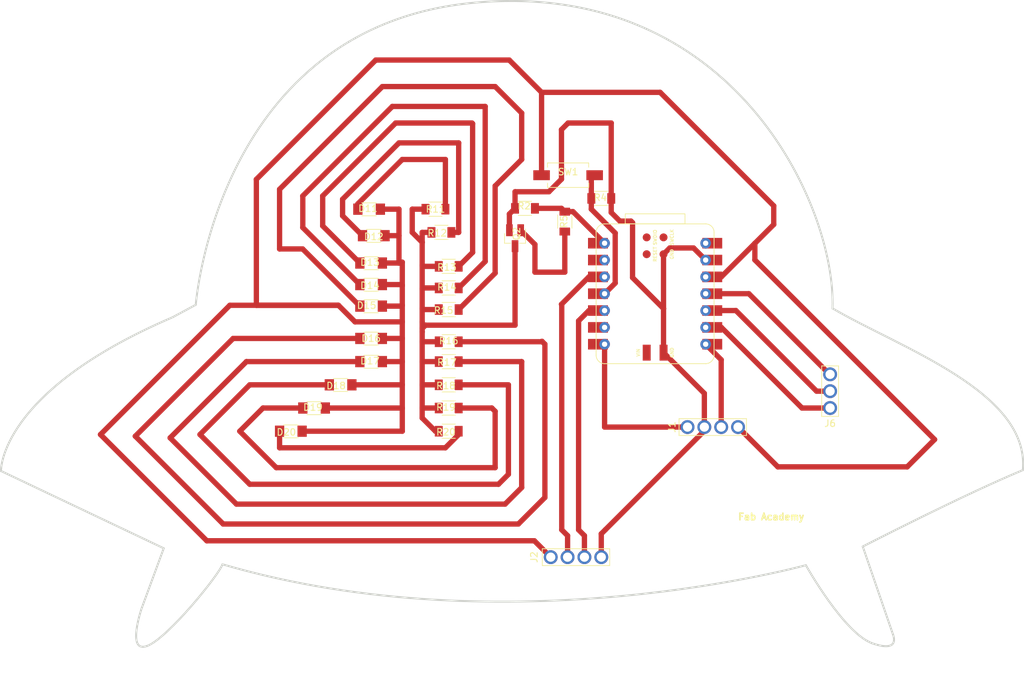
<source format=kicad_pcb>
(kicad_pcb (version 20241229) (generator "pcbnew") (generator_version "9.0")
  (layers (0 "F.Cu" signal) (2 "B.Cu" signal) (13 "F.Paste" user) (15 "B.Paste" user) (5 "F.SilkS" user "F.Silkscreen") (7 "B.SilkS" user "B.Silkscreen") (1 "F.Mask" user) (3 "B.Mask" user) (25 "Edge.Cuts" user))
  (net 0 "")
  (net 1 "Net-(D11-K)")
  (net 2 "PWR_3V3")
  (net 3 "Net-(D12-K)")
  (net 4 "Net-(D13-K)")
  (net 5 "Net-(D14-K)")
  (net 6 "Net-(D15-K)")
  (net 7 "Net-(D16-K)")
  (net 8 "Net-(D17-K)")
  (net 9 "Net-(D18-K)")
  (net 10 "Net-(D19-K)")
  (net 11 "Net-(D20-K)")
  (net 12 "/D2")
  (net 13 "PWR_GND")
  (net 14 "/TX")
  (net 15 "/RX")
  (net 16 "/D1")
  (net 17 "/D0")
  (net 18 "/D9")
  (net 19 "/D4")
  (net 20 "/D3")
  (net 22 "/D8")
  (net 23 "/D5")
  (net 25 "/D10")
  (net 27 "/D5_1")
  (net 28 "PWR_5V")
  (net 30 "Net-(Q2-G)")
  (net 31 "Net-(Q2-D)")
  (net 32 "/D1_1")
  (footprint "fab:LED_1206" (layer "F.Cu") (at 131.3 103)
    (property "Reference" "D16" (at 0 0 0) (layer "F.SilkS"))
    (property "Value" "LED_1206")
    (fp_line (start -1.1 -0.95) (end 1.1 -0.95) (stroke (width 0.12)) (layer "F.SilkS"))
    (fp_line (start -1.1 1) (end 1.1 1) (stroke (width 0.12)) (layer "F.SilkS"))
    (pad "1" smd rect (at -1.7 0) (size 1.4 1.7) (layers "F.Cu" "F.Mask" "F.Paste") (net 7 "Net-(D16-K)"))
    (pad "2" smd rect (at 1.7 0) (size 1.4 1.7) (layers "F.Cu" "F.Mask" "F.Paste") (net 2 "PWR_3V3"))
  )
  (footprint "fab:R_1206" (layer "F.Cu") (at 143 106.5)
    (property "Reference" "R17" (at -0.275 0.105 0) (layer "F.SilkS"))
    (property "Value" "R_1206")
    (fp_line (start -1 -1.07) (end 1 -1.07) (stroke (width 0.12)) (layer "F.SilkS"))
    (fp_line (start 1 1.07) (end -1 1.07) (stroke (width 0.12)) (layer "F.SilkS"))
    (pad "1" smd rect (at -1.5 0) (size 1.2 1.6) (layers "F.Cu" "F.Mask" "F.Paste") (net 31 "Net-(Q2-D)"))
    (pad "2" smd rect (at 1.5 0) (size 1.2 1.6) (layers "F.Cu" "F.Mask" "F.Paste") (net 8 "Net-(D17-K)"))
  )
  (footprint "fab:R_1206" (layer "F.Cu") (at 160.5 85.375 -90)
    (property "Reference" "R5" (at 0 0.125 90) (layer "F.SilkS"))
    (property "Value" "R_1206")
    (fp_line (start 1 1.07) (end -1 1.07) (stroke (width 0.12)) (layer "F.SilkS"))
    (fp_line (start -1 -1.07) (end 1 -1.07) (stroke (width 0.12)) (layer "F.SilkS"))
    (pad "1" smd rect (at -1.5 0 270) (size 1.2 1.6) (layers "F.Cu" "F.Mask" "F.Paste") (net 17 "/D0"))
    (pad "2" smd rect (at 1.5 0 270) (size 1.2 1.6) (layers "F.Cu" "F.Mask" "F.Paste") (net 30 "Net-(Q2-G)"))
  )
  (footprint "fab:R_1206" (layer "F.Cu") (at 143 113.5)
    (property "Reference" "R19" (at -0.425 -0.115 0) (layer "F.SilkS"))
    (property "Value" "R_1206")
    (fp_line (start -1 -1.07) (end 1 -1.07) (stroke (width 0.12)) (layer "F.SilkS"))
    (fp_line (start 1 1.07) (end -1 1.07) (stroke (width 0.12)) (layer "F.SilkS"))
    (pad "1" smd rect (at -1.5 0) (size 1.2 1.6) (layers "F.Cu" "F.Mask" "F.Paste") (net 31 "Net-(Q2-D)"))
    (pad "2" smd rect (at 1.5 0) (size 1.2 1.6) (layers "F.Cu" "F.Mask" "F.Paste") (net 10 "Net-(D19-K)"))
  )
  (footprint "fab:LED_1206" (layer "F.Cu") (at 131.3 91.625)
    (property "Reference" "D13" (at -0.18 -0.1 0) (layer "F.SilkS"))
    (property "Value" "LED_1206")
    (fp_line (start -1.1 -0.95) (end 1.1 -0.95) (stroke (width 0.12)) (layer "F.SilkS"))
    (fp_line (start -1.1 1) (end 1.1 1) (stroke (width 0.12)) (layer "F.SilkS"))
    (pad "1" smd rect (at -1.7 0) (size 1.4 1.7) (layers "F.Cu" "F.Mask" "F.Paste") (net 4 "Net-(D13-K)"))
    (pad "2" smd rect (at 1.7 0) (size 1.4 1.7) (layers "F.Cu" "F.Mask" "F.Paste") (net 2 "PWR_3V3"))
  )
  (footprint "fab:R_1206" (layer "F.Cu") (at 143 98.645)
    (property "Reference" "R15" (at -0.775 0.125 0) (layer "F.SilkS"))
    (property "Value" "R_1206")
    (fp_line (start -1 -1.07) (end 1 -1.07) (stroke (width 0.12)) (layer "F.SilkS"))
    (fp_line (start 1 1.07) (end -1 1.07) (stroke (width 0.12)) (layer "F.SilkS"))
    (pad "1" smd rect (at -1.5 0) (size 1.2 1.6) (layers "F.Cu" "F.Mask" "F.Paste") (net 31 "Net-(Q2-D)"))
    (pad "2" smd rect (at 1.5 0) (size 1.2 1.6) (layers "F.Cu" "F.Mask" "F.Paste") (net 6 "Net-(D15-K)"))
  )
  (footprint "fab:LED_1206" (layer "F.Cu") (at 131.7 87.5)
    (property "Reference" "D12" (at 0 0.15 0) (layer "F.SilkS"))
    (property "Value" "LED_1206")
    (fp_line (start -1.1 -0.95) (end 1.1 -0.95) (stroke (width 0.12)) (layer "F.SilkS"))
    (fp_line (start -1.1 1) (end 1.1 1) (stroke (width 0.12)) (layer "F.SilkS"))
    (pad "1" smd rect (at -1.7 0) (size 1.4 1.7) (layers "F.Cu" "F.Mask" "F.Paste") (net 3 "Net-(D12-K)"))
    (pad "2" smd rect (at 1.7 0) (size 1.4 1.7) (layers "F.Cu" "F.Mask" "F.Paste") (net 2 "PWR_3V3"))
  )
  (footprint "fab:PinHeader_1x03_P2.54mm_Vertical_THT_D1.4mm" (layer "F.Cu") (at 200.5 113.5 180)
    (property "Reference" "J6" (at 0 -2.33 0) (layer "F.SilkS"))
    (property "Value" "Conn_PinHeader_1x03_P2.54mm_Vertical_THT_D1.4mm")
    (fp_line (start 1.27 -1.27) (end 1.27 6.35) (stroke (width 0.12)) (layer "F.SilkS"))
    (fp_line (start -1.27 6.35) (end 1.27 6.35) (stroke (width 0.12)) (layer "F.SilkS"))
    (fp_line (start -1.27 -1.27) (end 1.27 -1.27) (stroke (width 0.12)) (layer "F.SilkS"))
    (fp_line (start -1.27 -1.27) (end -1.27 6.35) (stroke (width 0.12)) (layer "F.SilkS"))
    (pad "1" thru_hole circle (at 0 0 180) (size 2.1 2.1) (drill 1.4) (layers "*.Cu" "*.Mask") (net 22 "/D8"))
    (pad "2" thru_hole circle (at 0 2.54 180) (size 2.1 2.1) (drill 1.4) (layers "*.Cu" "*.Mask") (net 18 "/D9"))
    (pad "3" thru_hole circle (at 0 5.08 180) (size 2.1 2.1) (drill 1.4) (layers "*.Cu" "*.Mask") (net 25 "/D10"))
  )
  (footprint "fab:LED_1206" (layer "F.Cu") (at 131.3 106.5)
    (property "Reference" "D17" (at -0.18 -0.1 0) (layer "F.SilkS"))
    (property "Value" "LED_1206")
    (fp_line (start -1.1 -0.95) (end 1.1 -0.95) (stroke (width 0.12)) (layer "F.SilkS"))
    (fp_line (start -1.1 1) (end 1.1 1) (stroke (width 0.12)) (layer "F.SilkS"))
    (pad "1" smd rect (at -1.7 0) (size 1.4 1.7) (layers "F.Cu" "F.Mask" "F.Paste") (net 8 "Net-(D17-K)"))
    (pad "2" smd rect (at 1.7 0) (size 1.4 1.7) (layers "F.Cu" "F.Mask" "F.Paste") (net 2 "PWR_3V3"))
  )
  (footprint "fab:LED_1206" (layer "F.Cu") (at 131.3 98.125)
    (property "Reference" "D15" (at -0.68 -0.1 0) (layer "F.SilkS"))
    (property "Value" "LED_1206")
    (fp_line (start -1.1 -0.95) (end 1.1 -0.95) (stroke (width 0.12)) (layer "F.SilkS"))
    (fp_line (start -1.1 1) (end 1.1 1) (stroke (width 0.12)) (layer "F.SilkS"))
    (pad "1" smd rect (at -1.7 0) (size 1.4 1.7) (layers "F.Cu" "F.Mask" "F.Paste") (net 6 "Net-(D15-K)"))
    (pad "2" smd rect (at 1.7 0) (size 1.4 1.7) (layers "F.Cu" "F.Mask" "F.Paste") (net 2 "PWR_3V3"))
  )
  (footprint "fab:R_1206" (layer "F.Cu") (at 143 92.125)
    (property "Reference" "R13" (at -0.275 0.145 0) (layer "F.SilkS"))
    (property "Value" "R_1206")
    (fp_line (start -1 -1.07) (end 1 -1.07) (stroke (width 0.12)) (layer "F.SilkS"))
    (fp_line (start 1 1.07) (end -1 1.07) (stroke (width 0.12)) (layer "F.SilkS"))
    (pad "1" smd rect (at -1.5 0) (size 1.2 1.6) (layers "F.Cu" "F.Mask" "F.Paste") (net 31 "Net-(Q2-D)"))
    (pad "2" smd rect (at 1.5 0) (size 1.2 1.6) (layers "F.Cu" "F.Mask" "F.Paste") (net 4 "Net-(D13-K)"))
  )
  (footprint "fab:R_1206" (layer "F.Cu") (at 141.9 87)
    (property "Reference" "R12" (at -0.625 0.105 0) (layer "F.SilkS"))
    (property "Value" "R_1206")
    (fp_line (start -1 -1.07) (end 1 -1.07) (stroke (width 0.12)) (layer "F.SilkS"))
    (fp_line (start 1 1.07) (end -1 1.07) (stroke (width 0.12)) (layer "F.SilkS"))
    (pad "1" smd rect (at -1.5 0) (size 1.2 1.6) (layers "F.Cu" "F.Mask" "F.Paste") (net 31 "Net-(Q2-D)"))
    (pad "2" smd rect (at 1.5 0) (size 1.2 1.6) (layers "F.Cu" "F.Mask" "F.Paste") (net 3 "Net-(D12-K)"))
  )
  (footprint "fab:LED_1206" (layer "F.Cu") (at 126.7 110)
    (property "Reference" "D18" (at -0.68 0.15 0) (layer "F.SilkS"))
    (property "Value" "LED_1206")
    (fp_line (start -1.1 -0.95) (end 1.1 -0.95) (stroke (width 0.12)) (layer "F.SilkS"))
    (fp_line (start -1.1 1) (end 1.1 1) (stroke (width 0.12)) (layer "F.SilkS"))
    (pad "1" smd rect (at -1.7 0) (size 1.4 1.7) (layers "F.Cu" "F.Mask" "F.Paste") (net 9 "Net-(D18-K)"))
    (pad "2" smd rect (at 1.7 0) (size 1.4 1.7) (layers "F.Cu" "F.Mask" "F.Paste") (net 2 "PWR_3V3"))
  )
  (footprint "fab:R_1206" (layer "F.Cu") (at 143 117)
    (property "Reference" "R20" (at -0.425 0.125 0) (layer "F.SilkS"))
    (property "Value" "R_1206")
    (fp_line (start -1 -1.07) (end 1 -1.07) (stroke (width 0.12)) (layer "F.SilkS"))
    (fp_line (start 1 1.07) (end -1 1.07) (stroke (width 0.12)) (layer "F.SilkS"))
    (pad "1" smd rect (at -1.5 0) (size 1.2 1.6) (layers "F.Cu" "F.Mask" "F.Paste") (net 31 "Net-(Q2-D)"))
    (pad "2" smd rect (at 1.5 0) (size 1.2 1.6) (layers "F.Cu" "F.Mask" "F.Paste") (net 11 "Net-(D20-K)"))
  )
  (footprint "fab:R_1206" (layer "F.Cu") (at 166 81.875)
    (property "Reference" "R4" (at -0.125 -0.115 0) (layer "F.SilkS"))
    (property "Value" "R_1206")
    (fp_line (start -1 -1.07) (end 1 -1.07) (stroke (width 0.12)) (layer "F.SilkS"))
    (fp_line (start 1 1.07) (end -1 1.07) (stroke (width 0.12)) (layer "F.SilkS"))
    (pad "1" smd rect (at -1.5 0) (size 1.2 1.6) (layers "F.Cu" "F.Mask" "F.Paste") (net 20 "/D3"))
    (pad "2" smd rect (at 1.5 0) (size 1.2 1.6) (layers "F.Cu" "F.Mask" "F.Paste") (net 13 "PWR_GND"))
  )
  (footprint "fab:R_1206" (layer "F.Cu") (at 143 95.385)
    (property "Reference" "R14" (at -0.275 -0.115 0) (layer "F.SilkS"))
    (property "Value" "R_1206")
    (fp_line (start -1 -1.07) (end 1 -1.07) (stroke (width 0.12)) (layer "F.SilkS"))
    (fp_line (start 1 1.07) (end -1 1.07) (stroke (width 0.12)) (layer "F.SilkS"))
    (pad "1" smd rect (at -1.5 0) (size 1.2 1.6) (layers "F.Cu" "F.Mask" "F.Paste") (net 31 "Net-(Q2-D)"))
    (pad "2" smd rect (at 1.5 0) (size 1.2 1.6) (layers "F.Cu" "F.Mask" "F.Paste") (net 5 "Net-(D14-K)"))
  )
  (footprint "fab:R_1206" (layer "F.Cu") (at 141 83.5)
    (property "Reference" "R11" (at 0 0 0) (layer "F.SilkS"))
    (property "Value" "R_1206")
    (fp_line (start -1 -1.07) (end 1 -1.07) (stroke (width 0.12)) (layer "F.SilkS"))
    (fp_line (start 1 1.07) (end -1 1.07) (stroke (width 0.12)) (layer "F.SilkS"))
    (pad "1" smd rect (at -1.5 0) (size 1.2 1.6) (layers "F.Cu" "F.Mask" "F.Paste") (net 31 "Net-(Q2-D)"))
    (pad "2" smd rect (at 1.5 0) (size 1.2 1.6) (layers "F.Cu" "F.Mask" "F.Paste") (net 1 "Net-(D11-K)"))
  )
  (footprint "fab:LED_1206" (layer "F.Cu") (at 131 83.5)
    (property "Reference" "D11" (at -0.18 -0.1 0) (layer "F.SilkS"))
    (property "Value" "LED_1206")
    (fp_line (start -1.1 -0.95) (end 1.1 -0.95) (stroke (width 0.12)) (layer "F.SilkS"))
    (fp_line (start -1.1 1) (end 1.1 1) (stroke (width 0.12)) (layer "F.SilkS"))
    (pad "1" smd rect (at -1.7 0) (size 1.4 1.7) (layers "F.Cu" "F.Mask" "F.Paste") (net 1 "Net-(D11-K)"))
    (pad "2" smd rect (at 1.7 0) (size 1.4 1.7) (layers "F.Cu" "F.Mask" "F.Paste") (net 2 "PWR_3V3"))
  )
  (footprint "fab:LED_1206" (layer "F.Cu") (at 122.7 113.5)
    (property "Reference" "D19" (at -0.18 -0.1 0) (layer "F.SilkS"))
    (property "Value" "LED_1206")
    (fp_line (start -1.1 -0.95) (end 1.1 -0.95) (stroke (width 0.12)) (layer "F.SilkS"))
    (fp_line (start -1.1 1) (end 1.1 1) (stroke (width 0.12)) (layer "F.SilkS"))
    (pad "1" smd rect (at -1.7 0) (size 1.4 1.7) (layers "F.Cu" "F.Mask" "F.Paste") (net 10 "Net-(D19-K)"))
    (pad "2" smd rect (at 1.7 0) (size 1.4 1.7) (layers "F.Cu" "F.Mask" "F.Paste") (net 2 "PWR_3V3"))
  )
  (footprint "fab:Button_CnK_PTS636.0_6x3.5mm" (layer "F.Cu") (at 161 78.375 180)
    (property "Reference" "SW1" (at 0 0.5 0) (layer "F.SilkS"))
    (property "Value" "Switch_Tactile_CnK")
    (fp_line (start 3.1 1.85) (end 3.1 1.2) (stroke (width 0.12)) (layer "F.SilkS"))
    (fp_line (start 3.1 -1.85) (end 3.1 -1.2) (stroke (width 0.12)) (layer "F.SilkS"))
    (fp_line (start 3.1 -1.85) (end -3.1 -1.85) (stroke (width 0.12)) (layer "F.SilkS"))
    (fp_line (start -3.1 1.85) (end 3.1 1.85) (stroke (width 0.12)) (layer "F.SilkS"))
    (fp_line (start -3.1 1.2) (end -3.1 1.85) (stroke (width 0.12)) (layer "F.SilkS"))
    (fp_line (start -3.1 -1.85) (end -3.1 -1.2) (stroke (width 0.12)) (layer "F.SilkS"))
    (pad "1" smd rect (at -4 0 180) (size 2.5 1.5) (layers "F.Cu" "F.Mask" "F.Paste") (net 20 "/D3"))
    (pad "2" smd rect (at 4 0 180) (size 2.5 1.5) (layers "F.Cu" "F.Mask" "F.Paste") (net 2 "PWR_3V3"))
  )
  (footprint "fab:SOT-23" (layer "F.Cu") (at 153 87.875 -90)
    (property "Reference" "Q2" (at -0.675 -0.25 90) (layer "F.SilkS"))
    (property "Value" "AO3400A")
    (fp_line (start 0.76 1.58) (end -0.7 1.58) (stroke (width 0.12)) (layer "F.SilkS"))
    (fp_line (start 0.76 1.58) (end 0.76 0.65) (stroke (width 0.12)) (layer "F.SilkS"))
    (fp_line (start 0.76 -1.58) (end 0.76 -0.65) (stroke (width 0.12)) (layer "F.SilkS"))
    (fp_line (start 0.76 -1.58) (end -1.4 -1.58) (stroke (width 0.12)) (layer "F.SilkS"))
    (pad "1" smd rect (at -1.2 -0.85 270) (size 1.8 1) (layers "F.Cu" "F.Mask" "F.Paste") (net 30 "Net-(Q2-G)"))
    (pad "2" smd rect (at -1.2 0.85 270) (size 1.8 1) (layers "F.Cu" "F.Mask" "F.Paste") (net 13 "PWR_GND"))
    (pad "3" smd rect (at 1.2 0 270) (size 1.8 1) (layers "F.Cu" "F.Mask" "F.Paste") (net 31 "Net-(Q2-D)"))
  )
  (footprint "fab:SeeedStudio_XIAO_RP2040" (layer "F.Cu") (at 174.115 96.255)
    (property "Reference" "M1" (hide yes))
    (property "Value" "Module_XIAO-RP2040")
    (fp_line (start -8.8875 9.281) (end -8.8875 -9.261) (stroke (width 0.12)) (layer "F.SilkS"))
    (fp_line (start -7.6175 -10.531) (end 7.6225 -10.531) (stroke (width 0.12)) (layer "F.SilkS"))
    (fp_line (start 7.6225 10.551) (end -7.6175 10.551) (stroke (width 0.12)) (layer "F.SilkS"))
    (fp_line (start 8.8925 -9.261) (end 8.8925 9.281) (stroke (width 0.12)) (layer "F.SilkS"))
    (fp_rect (start -4.4975 -10.531) (end 4.5025 -12.055) (stroke (width 0.12)) (fill no) (layer "F.SilkS"))
    (fp_arc (start -8.8875 -9.261) (mid -8.515526 -10.159026) (end -7.6175 -10.531) (stroke (width 0.12)) (layer "F.SilkS"))
    (fp_arc (start -7.6175 10.551) (mid -8.515526 10.179026) (end -8.8875 9.281) (stroke (width 0.12)) (layer "F.SilkS"))
    (fp_arc (start 7.6225 -10.531) (mid 8.520526 -10.159026) (end 8.8925 -9.261) (stroke (width 0.12)) (layer "F.SilkS"))
    (fp_arc (start 8.8925 9.281) (mid 8.520526 10.179026) (end 7.6225 10.551) (stroke (width 0.12)) (layer "F.SilkS"))
    (fp_text user "SWDIO" (at 0 -8.5 90) (layer "F.SilkS") (effects (font (size 0.5 0.5) (thickness 0.1) (bold yes))))
    (fp_text user "SWCLK" (at 2.54 -8.5 90) (layer "F.SilkS") (effects (font (size 0.5 0.5) (thickness 0.1) (bold yes))))
    (fp_text user "VIN" (at -2.535 8.89 90) (layer "F.SilkS") (effects (font (size 0.5 0.5) (thickness 0.1) (bold yes))))
    (fp_text user "GND" (at 2.54 -5.96 90) (layer "F.SilkS") (effects (font (size 0.5 0.5) (thickness 0.1) (bold yes))))
    (fp_text user "GND" (at 2.545 8.89 90) (layer "F.SilkS") (effects (font (size 0.5 0.5) (thickness 0.1) (bold yes))))
    (fp_text user "RESET" (at 0 -5.96 90) (layer "F.SilkS") (effects (font (size 0.5 0.5) (thickness 0.1) (bold yes))))
    (pad "1" thru_hole circle (at -7.615 -7.62) (size 1.6 1.6) (drill 0.8) (layers "*.Cu" "*.Mask") (net 17 "/D0"))
    (pad "1" smd rect (at -7.615 -7.62) (size 3 1.6) (drill (offset -1 0)) (layers "F.Cu" "F.Mask" "F.Paste") (net 17 "/D0"))
    (pad "2" thru_hole circle (at -7.615 -5.08) (size 1.6 1.6) (drill 0.8) (layers "*.Cu" "*.Mask") (net 16 "/D1"))
    (pad "2" smd rect (at -7.615 -5.08) (size 3 1.6) (drill (offset -1 0)) (layers "F.Cu" "F.Mask" "F.Paste") (net 32 "/D1_1"))
    (pad "3" thru_hole circle (at -7.615 -2.54) (size 1.6 1.6) (drill 0.8) (layers "*.Cu" "*.Mask") (net 12 "/D2"))
    (pad "3" smd rect (at -7.615 -2.54) (size 3 1.6) (drill (offset -1 0)) (layers "F.Cu" "F.Mask" "F.Paste") (net 12 "/D2"))
    (pad "4" thru_hole circle (at -7.615 0) (size 1.6 1.6) (drill 0.8) (layers "*.Cu" "*.Mask") (net 20 "/D3"))
    (pad "4" smd rect (at -7.615 0) (size 3 1.6) (drill (offset -1 0)) (layers "F.Cu" "F.Mask" "F.Paste") (net 20 "/D3"))
    (pad "5" thru_hole circle (at -7.615 2.54) (size 1.6 1.6) (drill 0.8) (layers "*.Cu" "*.Mask") (net 19 "/D4"))
    (pad "5" smd rect (at -7.615 2.54) (size 3 1.6) (drill (offset -1 0)) (layers "F.Cu" "F.Mask" "F.Paste") (net 19 "/D4"))
    (pad "6" thru_hole circle (at -7.615 5.08) (size 1.6 1.6) (drill 0.8) (layers "*.Cu" "*.Mask") (net 27 "/D5_1"))
    (pad "6" smd rect (at -7.615 5.08) (size 3 1.6) (drill (offset -1 0)) (layers "F.Cu" "F.Mask" "F.Paste") (net 23 "/D5"))
    (pad "7" thru_hole circle (at -7.615 7.62) (size 1.6 1.6) (drill 0.8) (layers "*.Cu" "*.Mask") (net 14 "/TX"))
    (pad "7" smd rect (at -7.615 7.62) (size 3 1.6) (drill (offset -1 0)) (layers "F.Cu" "F.Mask" "F.Paste") (net 14 "/TX"))
    (pad "8" thru_hole circle (at 7.62 7.62) (size 1.6 1.6) (drill 0.8) (layers "*.Cu" "*.Mask") (net 15 "/RX"))
    (pad "8" smd rect (at 7.62 7.62) (size 3 1.6) (drill (offset 1 0)) (layers "F.Cu" "F.Mask" "F.Paste") (net 15 "/RX"))
    (pad "9" thru_hole circle (at 7.62 5.08) (size 1.6 1.6) (drill 0.8) (layers "*.Cu" "*.Mask") (net 22 "/D8"))
    (pad "9" smd rect (at 7.62 5.08) (size 3 1.6) (drill (offset 1 0)) (layers "F.Cu" "F.Mask" "F.Paste") (net 22 "/D8"))
    (pad "10" thru_hole circle (at 7.62 2.54) (size 1.6 1.6) (drill 0.8) (layers "*.Cu" "*.Mask") (net 18 "/D9"))
    (pad "10" smd rect (at 7.62 2.54) (size 3 1.6) (drill (offset 1 0)) (layers "F.Cu" "F.Mask" "F.Paste") (net 18 "/D9"))
    (pad "11" thru_hole circle (at 7.62 0) (size 1.6 1.6) (drill 0.8) (layers "*.Cu" "*.Mask") (net 25 "/D10"))
    (pad "11" smd rect (at 7.62 0) (size 3 1.6) (drill (offset 1 0)) (layers "F.Cu" "F.Mask" "F.Paste") (net 25 "/D10"))
    (pad "12" thru_hole circle (at 7.62 -2.54) (size 1.6 1.6) (drill 0.8) (layers "*.Cu" "*.Mask") (net 2 "PWR_3V3"))
    (pad "12" smd rect (at 7.62 -2.54) (size 3 1.6) (drill (offset 1 0)) (layers "F.Cu" "F.Mask" "F.Paste") (net 2 "PWR_3V3"))
    (pad "13" thru_hole circle (at 7.62 -5.08) (size 1.6 1.6) (drill 0.8) (layers "*.Cu" "*.Mask") (net 13 "PWR_GND"))
    (pad "13" smd rect (at 7.62 -5.08) (size 3 1.6) (drill (offset 1 0)) (layers "F.Cu" "F.Mask" "F.Paste") (net 13 "PWR_GND"))
    (pad "14" thru_hole circle (at 7.62 -7.62) (size 1.6 1.6) (drill 0.8) (layers "*.Cu" "*.Mask") (net 28 "PWR_5V"))
    (pad "14" smd rect (at 7.62 -7.62) (size 3 1.6) (drill (offset 1 0)) (layers "F.Cu" "F.Mask" "F.Paste") (net 28 "PWR_5V"))
    (pad "15" smd rect (at 1.275 8.89 270) (size 2.4 1.2) (layers "F.Cu" "F.Mask" "F.Paste") (net 13 "PWR_GND"))
    (pad "16" smd rect (at -1.265 8.89 270) (size 2.4 1.2) (layers "F.Cu" "F.Mask" "F.Paste"))
    (pad "17" smd circle (at -1.27 -8.5) (size 1.2 1.2) (layers "F.Cu" "F.Mask" "F.Paste"))
    (pad "18" smd circle (at -1.27 -5.96) (size 1.2 1.2) (layers "F.Cu" "F.Mask" "F.Paste"))
    (pad "19" smd circle (at 1.27 -5.96) (size 1.2 1.2) (layers "F.Cu" "F.Mask" "F.Paste") (net 13 "PWR_GND"))
    (pad "20" smd circle (at 1.27 -8.5) (size 1.2 1.2) (layers "F.Cu" "F.Mask" "F.Paste"))
  )
  (footprint "fab:R_1206" (layer "F.Cu") (at 154.5 83.375)
    (property "Reference" "R2" (at -0.125 -0.355 0) (layer "F.SilkS"))
    (property "Value" "R_1206")
    (fp_line (start -1 -1.07) (end 1 -1.07) (stroke (width 0.12)) (layer "F.SilkS"))
    (fp_line (start 1 1.07) (end -1 1.07) (stroke (width 0.12)) (layer "F.SilkS"))
    (pad "1" smd rect (at -1.5 0) (size 1.2 1.6) (layers "F.Cu" "F.Mask" "F.Paste") (net 13 "PWR_GND"))
    (pad "2" smd rect (at 1.5 0) (size 1.2 1.6) (layers "F.Cu" "F.Mask" "F.Paste") (net 17 "/D0"))
  )
  (footprint "fab:PinHeader_1x04_P2.54mm_Vertical_THT_D1.4mm" (layer "F.Cu") (at 158.38 136 90)
    (property "Reference" "J2" (at 0 -2.5 90) (layer "F.SilkS"))
    (property "Value" "Conn_PinHeader_1x04_P2.54mm_Vertical_THT_D1.4mm")
    (fp_line (start 1.27 -1.27) (end 1.27 8.89) (stroke (width 0.12)) (layer "F.SilkS"))
    (fp_line (start -1.27 -1.27) (end 1.27 -1.27) (stroke (width 0.12)) (layer "F.SilkS"))
    (fp_line (start -1.27 -1.27) (end -1.27 8.89) (stroke (width 0.12)) (layer "F.SilkS"))
    (fp_line (start -1.27 8.89) (end 1.27 8.89) (stroke (width 0.12)) (layer "F.SilkS"))
    (pad "1" thru_hole circle (at 0 0 90) (size 2.1 2.1) (drill 1.4) (layers "*.Cu" "*.Mask") (net 2 "PWR_3V3"))
    (pad "2" thru_hole circle (at 0 2.54 90) (size 2.1 2.1) (drill 1.4) (layers "*.Cu" "*.Mask") (net 12 "/D2"))
    (pad "3" thru_hole circle (at 0 5.08 90) (size 2.1 2.1) (drill 1.4) (layers "*.Cu" "*.Mask") (net 19 "/D4"))
    (pad "4" thru_hole circle (at 0 7.62 90) (size 2.1 2.1) (drill 1.4) (layers "*.Cu" "*.Mask") (net 13 "PWR_GND"))
  )
  (footprint "fab:LED_1206" (layer "F.Cu") (at 131.3 94.875)
    (property "Reference" "D14" (at -0.18 0.15 0) (layer "F.SilkS"))
    (property "Value" "LED_1206")
    (fp_line (start -1.1 -0.95) (end 1.1 -0.95) (stroke (width 0.12)) (layer "F.SilkS"))
    (fp_line (start -1.1 1) (end 1.1 1) (stroke (width 0.12)) (layer "F.SilkS"))
    (pad "1" smd rect (at -1.7 0) (size 1.4 1.7) (layers "F.Cu" "F.Mask" "F.Paste") (net 5 "Net-(D14-K)"))
    (pad "2" smd rect (at 1.7 0) (size 1.4 1.7) (layers "F.Cu" "F.Mask" "F.Paste") (net 2 "PWR_3V3"))
  )
  (footprint "fab:PinHeader_1x04_P2.54mm_Vertical_THT_D1.4mm" (layer "F.Cu") (at 179 116.375 90)
    (property "Reference" "J1" (at 0 -2.33 90) (layer "F.SilkS"))
    (property "Value" "Conn_PinHeader_1x04_P2.54mm_Vertical_THT_D1.4mm")
    (fp_line (start 1.27 -1.27) (end 1.27 8.89) (stroke (width 0.12)) (layer "F.SilkS"))
    (fp_line (start -1.27 -1.27) (end 1.27 -1.27) (stroke (width 0.12)) (layer "F.SilkS"))
    (fp_line (start -1.27 -1.27) (end -1.27 8.89) (stroke (width 0.12)) (layer "F.SilkS"))
    (fp_line (start -1.27 8.89) (end 1.27 8.89) (stroke (width 0.12)) (layer "F.SilkS"))
    (pad "1" thru_hole circle (at 0 0 90) (size 2.1 2.1) (drill 1.4) (layers "*.Cu" "*.Mask") (net 14 "/TX"))
    (pad "2" thru_hole circle (at 0 2.54 90) (size 2.1 2.1) (drill 1.4) (layers "*.Cu" "*.Mask") (net 13 "PWR_GND"))
    (pad "3" thru_hole circle (at 0 5.08 90) (size 2.1 2.1) (drill 1.4) (layers "*.Cu" "*.Mask") (net 15 "/RX"))
    (pad "4" thru_hole circle (at 0 7.62 90) (size 2.1 2.1) (drill 1.4) (layers "*.Cu" "*.Mask") (net 2 "PWR_3V3"))
  )
  (footprint "fab:R_1206" (layer "F.Cu") (at 143 110)
    (property "Reference" "R18" (at -0.425 0.145 0) (layer "F.SilkS"))
    (property "Value" "R_1206")
    (fp_line (start -1 -1.07) (end 1 -1.07) (stroke (width 0.12)) (layer "F.SilkS"))
    (fp_line (start 1 1.07) (end -1 1.07) (stroke (width 0.12)) (layer "F.SilkS"))
    (pad "1" smd rect (at -1.5 0) (size 1.2 1.6) (layers "F.Cu" "F.Mask" "F.Paste") (net 31 "Net-(Q2-D)"))
    (pad "2" smd rect (at 1.5 0) (size 1.2 1.6) (layers "F.Cu" "F.Mask" "F.Paste") (net 9 "Net-(D18-K)"))
  )
  (footprint "fab:R_1206" (layer "F.Cu") (at 143 103.5)
    (property "Reference" "R16" (at 0 -0.135 0) (layer "F.SilkS"))
    (property "Value" "R_1206")
    (fp_line (start -1 -1.07) (end 1 -1.07) (stroke (width 0.12)) (layer "F.SilkS"))
    (fp_line (start 1 1.07) (end -1 1.07) (stroke (width 0.12)) (layer "F.SilkS"))
    (pad "1" smd rect (at -1.5 0) (size 1.2 1.6) (layers "F.Cu" "F.Mask" "F.Paste") (net 31 "Net-(Q2-D)"))
    (pad "2" smd rect (at 1.5 0) (size 1.2 1.6) (layers "F.Cu" "F.Mask" "F.Paste") (net 7 "Net-(D16-K)"))
  )
  (footprint "fab:LED_1206" (layer "F.Cu") (at 119.2 117)
    (property "Reference" "D20" (at -0.68 0.15 0) (layer "F.SilkS"))
    (property "Value" "LED_1206")
    (fp_line (start -1.1 -0.95) (end 1.1 -0.95) (stroke (width 0.12)) (layer "F.SilkS"))
    (fp_line (start -1.1 1) (end 1.1 1) (stroke (width 0.12)) (layer "F.SilkS"))
    (pad "1" smd rect (at -1.7 0) (size 1.4 1.7) (layers "F.Cu" "F.Mask" "F.Paste") (net 11 "Net-(D20-K)"))
    (pad "2" smd rect (at 1.7 0) (size 1.4 1.7) (layers "F.Cu" "F.Mask" "F.Paste") (net 2 "PWR_3V3"))
  )
  (gr_curve (pts (xy 206.897805 149.011402) (xy 202.607265 147.536527) (xy 196.84185 137.212416) (xy 196.84185 137.212416)) (stroke (width 0.3)) (layer "Edge.Cuts"))
  (gr_line (start 100.036526 134.664906) (end 75.5 123) (stroke (width 0.3)) (layer "Edge.Cuts"))
  (gr_curve (pts (xy 75.5 123) (xy 75.5 123) (xy 75.097763 111.066933) (xy 101.37732 99.804262)) (stroke (width 0.3)) (layer "Edge.Cuts"))
  (gr_line (start 96.684543 143.782308) (end 100.036526 134.664906) (stroke (width 0.3)) (layer "Edge.Cuts"))
  (gr_curve (pts (xy 108.885767 137.078335) (xy 108.5 138.5) (xy 100.572843 148.341004) (xy 97.489022 149.413639)) (stroke (width 0.3)) (layer "Edge.Cuts"))
  (gr_line (start 205.42293 134.396749) (end 209.981631 147.670608) (stroke (width 0.3)) (layer "Edge.Cuts"))
  (gr_curve (pts (xy 97.489022 149.413639) (xy 94.405197 150.486277) (xy 96.684543 143.782308) (xy 96.684543 143.782308)) (stroke (width 0.3)) (layer "Edge.Cuts"))
  (gr_curve (pts (xy 200.864229 98.463472) (xy 211.054262 104.452351) (xy 230.629851 111.066933) (xy 229.557218 122.865919)) (stroke (width 0.3)) (layer "Edge.Cuts"))
  (gr_curve (pts (xy 196.84185 137.212416) (xy 196.84185 137.212416) (xy 151.92525 149.681799) (xy 108.885767 137.078335)) (stroke (width 0.3)) (layer "Edge.Cuts"))
  (gr_curve (pts (xy 229.557218 122.865919) (xy 220.707977 126.530758) (xy 205.42293 134.396749) (xy 205.42293 134.396749)) (stroke (width 0.3)) (layer "Edge.Cuts"))
  (gr_curve (pts (xy 104.863383 97.92715) (xy 104.863383 97.92715) (xy 108.08129 55.826221) (xy 146.964314 52.340158)) (stroke (width 0.3)) (layer "Edge.Cuts"))
  (gr_curve (pts (xy 209.981631 147.670608) (xy 209.981631 147.670608) (xy 211.188342 150.486277) (xy 206.897805 149.011402)) (stroke (width 0.3)) (layer "Edge.Cuts"))
  (gr_curve (pts (xy 146.964314 52.340158) (xy 185.847341 48.854094) (xy 201.400551 82.910262) (xy 200.864229 98.463472)) (stroke (width 0.3)) (layer "Edge.Cuts"))
  (gr_line (start 101.37732 99.804262) (end 104.863383 97.92715) (stroke (width 0.3)) (layer "Edge.Cuts"))
  (gr_text "Fab Academy\n" (at 186.5 130.5 0) (layer "F.SilkS") (effects (font (size 1 1) (thickness 0.25) (bold yes)) (justify left bottom)))
  (segment (start 129.3 83.5) (end 129.3 82.7) (width 0.8) (layer "F.Cu") (net 1))
  (segment (start 129.3 82.7) (end 136 76) (width 0.8) (layer "F.Cu") (net 1))
  (segment (start 142.5 76) (end 142.5 83.5) (width 0.8) (layer "F.Cu") (net 1))
  (segment (start 136 76) (end 142.5 76) (width 0.8) (layer "F.Cu") (net 1))
  (segment (start 128.875 100.5) (end 136 100.5) (width 0.8) (layer "F.Cu") (net 2))
  (segment (start 136 98) (end 136 95) (width 0.8) (layer "F.Cu") (net 2))
  (segment (start 183.622 93.715) (end 181.76 93.715) (width 0.3) (layer "F.Cu") (net 2))
  (segment (start 120.9 117) (end 120.9 116.575) (width 0.8) (layer "F.Cu") (net 2))
  (segment (start 189.156 88.656) (end 192 85.812) (width 0.8) (layer "F.Cu") (net 2))
  (segment (start 132 61) (end 114 79) (width 0.8) (layer "F.Cu") (net 2))
  (segment (start 106.529247 133.529247) (end 155.909247 133.529247) (width 0.8) (layer "F.Cu") (net 2))
  (segment (start 135.5 91.625) (end 135.875 91.625) (width 0.8) (layer "F.Cu") (net 2))
  (segment (start 133 103) (end 136 103) (width 0.8) (layer "F.Cu") (net 2))
  (segment (start 135.5 87.5) (end 135.5 91.625) (width 0.8) (layer "F.Cu") (net 2))
  (segment (start 189.156 91.156) (end 216.25 118.25) (width 0.8) (layer "F.Cu") (net 2))
  (segment (start 136 95) (end 136 91.5) (width 0.8) (layer "F.Cu") (net 2))
  (segment (start 192 85.812) (end 192 83) (width 0.8) (layer "F.Cu") (net 2))
  (segment (start 136 103) (end 136 100.5) (width 0.8) (layer "F.Cu") (net 2))
  (segment (start 120.9 117) (end 136 117) (width 0.8) (layer "F.Cu") (net 2))
  (segment (start 132.7 83.5) (end 135.5 83.5) (width 0.8) (layer "F.Cu") (net 2))
  (segment (start 133 94.875) (end 135.875 94.875) (width 0.8) (layer "F.Cu") (net 2))
  (segment (start 157 78.375) (end 157 65.875) (width 0.8) (layer "F.Cu") (net 2))
  (segment (start 136 98) (end 135.875 98.125) (width 0.8) (layer "F.Cu") (net 2))
  (segment (start 189.156 88.656) (end 189.156 91.156) (width 0.8) (layer "F.Cu") (net 2))
  (segment (start 110 98) (end 90.5 117.5) (width 0.8) (layer "F.Cu") (net 2))
  (segment (start 135.5 83.5) (end 135.5 87.5) (width 0.8) (layer "F.Cu") (net 2))
  (segment (start 135.875 98.125) (end 133 98.125) (width 0.8) (layer "F.Cu") (net 2))
  (segment (start 212.125 122.375) (end 192.62 122.375) (width 0.8) (layer "F.Cu") (net 2))
  (segment (start 184.097 93.715) (end 189.156 88.656) (width 0.8) (layer "F.Cu") (net 2))
  (segment (start 181.735 93.715) (end 184.097 93.715) (width 0.8) (layer "F.Cu") (net 2))
  (segment (start 136 100.5) (end 136 98) (width 0.8) (layer "F.Cu") (net 2))
  (segment (start 124.4 113.5) (end 136 113.5) (width 0.8) (layer "F.Cu") (net 2))
  (segment (start 135.875 94.875) (end 136 95) (width 0.8) (layer "F.Cu") (net 2))
  (segment (start 126.375 98) (end 128.875 100.5) (width 0.8) (layer "F.Cu") (net 2))
  (segment (start 174.875 65.875) (end 157 65.875) (width 0.8) (layer "F.Cu") (net 2))
  (segment (start 133 106.5) (end 136 106.5) (width 0.8) (layer "F.Cu") (net 2))
  (segment (start 136 113.5) (end 136 110) (width 0.8) (layer "F.Cu") (net 2))
  (segment (start 126.375 98) (end 110 98) (width 0.8) (layer "F.Cu") (net 2))
  (segment (start 114 79) (end 114 98) (width 0.8) (layer "F.Cu") (net 2))
  (segment (start 136 117) (end 136 113.5) (width 0.8) (layer "F.Cu") (net 2))
  (segment (start 192.62 122.375) (end 186.62 116.375) (width 0.8) (layer "F.Cu") (net 2))
  (segment (start 133 91.625) (end 135.5 91.625) (width 0.8) (layer "F.Cu") (net 2))
  (segment (start 155.909247 133.529247) (end 158.38 136) (width 0.8) (layer "F.Cu") (net 2))
  (segment (start 114 98) (end 126.375 98) (width 0.8) (layer "F.Cu") (net 2))
  (segment (start 192 83) (end 174.875 65.875) (width 0.8) (layer "F.Cu") (net 2))
  (segment (start 90.5 117.5) (end 106.529247 133.529247) (width 0.8) (layer "F.Cu") (net 2))
  (segment (start 152.125 61) (end 132 61) (width 0.8) (layer "F.Cu") (net 2))
  (segment (start 135.875 91.625) (end 136 91.5) (width 0.8) (layer "F.Cu") (net 2))
  (segment (start 157 65.875) (end 152.125 61) (width 0.8) (layer "F.Cu") (net 2))
  (segment (start 128.4 110) (end 136 110) (width 0.8) (layer "F.Cu") (net 2))
  (segment (start 216.25 118.25) (end 212.125 122.375) (width 0.8) (layer "F.Cu") (net 2))
  (segment (start 136 106.5) (end 136 103) (width 0.8) (layer "F.Cu") (net 2))
  (segment (start 133.4 87.5) (end 135.5 87.5) (width 0.8) (layer "F.Cu") (net 2))
  (segment (start 136 110) (end 136 106.5) (width 0.8) (layer "F.Cu") (net 2))
  (segment (start 130 87.5) (end 127 84.5) (width 0.8) (layer "F.Cu") (net 3))
  (segment (start 127 84.5) (end 127 82) (width 0.8) (layer "F.Cu") (net 3))
  (segment (start 144.5 73.5) (end 144.5 87) (width 0.8) (layer "F.Cu") (net 3))
  (segment (start 144.5 87) (end 143.4 87) (width 0.8) (layer "F.Cu") (net 3))
  (segment (start 127 82) (end 135.5 73.5) (width 0.8) (layer "F.Cu") (net 3))
  (segment (start 135.5 73.5) (end 144.5 73.5) (width 0.8) (layer "F.Cu") (net 3))
  (segment (start 146.602 90.023) (end 146.602 70.602) (width 0.8) (layer "F.Cu") (net 4))
  (segment (start 146.5 70.5) (end 135 70.5) (width 0.8) (layer "F.Cu") (net 4))
  (segment (start 144.5 92.125) (end 146.602 90.023) (width 0.8) (layer "F.Cu") (net 4))
  (segment (start 124 81.5) (end 124 86.025) (width 0.8) (layer "F.Cu") (net 4))
  (segment (start 146.602 70.602) (end 146.5 70.5) (width 0.8) (layer "F.Cu") (net 4))
  (segment (start 135 70.5) (end 124 81.5) (width 0.8) (layer "F.Cu") (net 4))
  (segment (start 124 86.025) (end 129.6 91.625) (width 0.8) (layer "F.Cu") (net 4))
  (segment (start 148.5 68) (end 134.5 68) (width 0.8) (layer "F.Cu") (net 5))
  (segment (start 144.5 95.385) (end 148.5 91.385) (width 0.8) (layer "F.Cu") (net 5))
  (segment (start 148.5 91.385) (end 148.5 68) (width 0.8) (layer "F.Cu") (net 5))
  (segment (start 121 81.5) (end 121 86.275) (width 0.8) (layer "F.Cu") (net 5))
  (segment (start 134.5 68) (end 121 81.5) (width 0.8) (layer "F.Cu") (net 5))
  (segment (start 121 86.275) (end 129.6 94.875) (width 0.8) (layer "F.Cu") (net 5))
  (segment (start 150 93.145) (end 150 80) (width 0.8) (layer "F.Cu") (net 6))
  (segment (start 144.5 98.645) (end 150 93.145) (width 0.8) (layer "F.Cu") (net 6))
  (segment (start 154 69) (end 150 65) (width 0.8) (layer "F.Cu") (net 6))
  (segment (start 150 80) (end 154 76) (width 0.8) (layer "F.Cu") (net 6))
  (segment (start 133 65) (end 117.5 80.5) (width 0.8) (layer "F.Cu") (net 6))
  (segment (start 154 76) (end 154 69) (width 0.8) (layer "F.Cu") (net 6))
  (segment (start 120.975 89.5) (end 129.6 98.125) (width 0.8) (layer "F.Cu") (net 6))
  (segment (start 117.5 89.5) (end 120.975 89.5) (width 0.8) (layer "F.Cu") (net 6))
  (segment (start 117.5 80.5) (end 117.5 89.5) (width 0.8) (layer "F.Cu") (net 6))
  (segment (start 150 65) (end 133 65) (width 0.8) (layer "F.Cu") (net 6))
  (segment (start 110.5 103) (end 129.6 103) (width 0.8) (layer "F.Cu") (net 7))
  (segment (start 153.5 131) (end 157.5 127) (width 0.8) (layer "F.Cu") (net 7))
  (segment (start 157 103.5) (end 157.0625 103.4375) (width 0.8) (layer "F.Cu") (net 7))
  (segment (start 157.5 127) (end 157.5 103.875) (width 0.8) (layer "F.Cu") (net 7))
  (segment (start 157.5 103.875) (end 157.0625 103.4375) (width 0.8) (layer "F.Cu") (net 7))
  (segment (start 109 131) (end 153.5 131) (width 0.8) (layer "F.Cu") (net 7))
  (segment (start 95.75 117.75) (end 110.5 103) (width 0.8) (layer "F.Cu") (net 7))
  (segment (start 95.75 117.75) (end 109 131) (width 0.8) (layer "F.Cu") (net 7))
  (segment (start 144.5 103.5) (end 157 103.5) (width 0.8) (layer "F.Cu") (net 7))
  (segment (start 154 125.5) (end 151.5 128) (width 0.8) (layer "F.Cu") (net 8))
  (segment (start 144.5 106.5) (end 154 106.5) (width 0.8) (layer "F.Cu") (net 8))
  (segment (start 112.5 106.5) (end 129.6 106.5) (width 0.8) (layer "F.Cu") (net 8))
  (segment (start 111 128) (end 101 118) (width 0.8) (layer "F.Cu") (net 8))
  (segment (start 151.5 128) (end 111 128) (width 0.8) (layer "F.Cu") (net 8))
  (segment (start 154 106.5) (end 154 125.5) (width 0.8) (layer "F.Cu") (net 8))
  (segment (start 101 118) (end 112.5 106.5) (width 0.8) (layer "F.Cu") (net 8))
  (segment (start 144.5 110) (end 152 110) (width 0.8) (layer "F.Cu") (net 9))
  (segment (start 152 110) (end 152 123.5) (width 0.8) (layer "F.Cu") (net 9))
  (segment (start 105.5 117.5) (end 113 110) (width 0.8) (layer "F.Cu") (net 9))
  (segment (start 150.5 125) (end 113 125) (width 0.8) (layer "F.Cu") (net 9))
  (segment (start 113 110) (end 125 110) (width 0.8) (layer "F.Cu") (net 9))
  (segment (start 152 123.5) (end 150.5 125) (width 0.8) (layer "F.Cu") (net 9))
  (segment (start 113 125) (end 105.5 117.5) (width 0.8) (layer "F.Cu") (net 9))
  (segment (start 117 122.5) (end 111.5 117) (width 0.8) (layer "F.Cu") (net 10))
  (segment (start 144.5 113.5) (end 149.5 113.5) (width 0.8) (layer "F.Cu") (net 10))
  (segment (start 150 114) (end 150 122.5) (width 0.8) (layer "F.Cu") (net 10))
  (segment (start 150 122.5) (end 117 122.5) (width 0.8) (layer "F.Cu") (net 10))
  (segment (start 115 113.5) (end 121 113.5) (width 0.8) (layer "F.Cu") (net 10))
  (segment (start 149.5 113.5) (end 150 114) (width 0.8) (layer "F.Cu") (net 10))
  (segment (start 111.5 117) (end 115 113.5) (width 0.8) (layer "F.Cu") (net 10))
  (segment (start 144.5 117.5) (end 144.5 117) (width 0.8) (layer "F.Cu") (net 11))
  (segment (start 117.5 117) (end 117.5 119.5) (width 0.8) (layer "F.Cu") (net 11))
  (segment (start 117.5 119.5) (end 142.5 119.5) (width 0.8) (layer "F.Cu") (net 11))
  (segment (start 142.5 119.5) (end 144.5 117.5) (width 0.8) (layer "F.Cu") (net 11))
  (segment (start 160 97.853) (end 164.138 93.715) (width 0.8) (layer "F.Cu") (net 12))
  (segment (start 160.04 131.875) (end 160.92 132.755) (width 0.8) (layer "F.Cu") (net 12))
  (segment (start 160 97.853) (end 160.04 97.893) (width 0.8) (layer "F.Cu") (net 12))
  (segment (start 164.138 93.715) (end 166.5 93.715) (width 0.8) (layer "F.Cu") (net 12))
  (segment (start 160.92 132.755) (end 160.92 136) (width 0.8) (layer "F.Cu") (net 12))
  (segment (start 160.04 97.893) (end 160.04 131.875) (width 0.8) (layer "F.Cu") (net 12))
  (segment (start 175.385 98.5) (end 175.385 105.14) (width 0.8) (layer "F.Cu") (net 13))
  (segment (start 161 70.5) (end 167.5 70.5) (width 0.8) (layer "F.Cu") (net 13))
  (segment (start 181.54 116.939924) (end 181.54 116.375) (width 0.8) (layer "F.Cu") (net 13))
  (segment (start 158.104 80.873) (end 160 78.977) (width 0.8) (layer "F.Cu") (net 13))
  (segment (start 160 71.5) (end 161 70.5) (width 0.8) (layer "F.Cu") (net 13))
  (segment (start 170.716 93.831) (end 175.385 98.5) (width 0.8) (layer "F.Cu") (net 13))
  (segment (start 181.54 116.375) (end 181.54 111.295) (width 0.8) (layer "F.Cu") (net 13))
  (segment (start 160 78.977) (end 160 71.5) (width 0.8) (layer "F.Cu") (net 13))
  (segment (start 167.5 84) (end 168.804 85.304) (width 0.8) (layer "F.Cu") (net 13))
  (segment (start 176.326 89.354) (end 179.914 89.354) (width 0.8) (layer "F.Cu") (net 13))
  (segment (start 175.385 90.295) (end 176.326 89.354) (width 0.8) (layer "F.Cu") (net 13))
  (segment (start 170.716 85.5389) (end 170.716 93.831) (width 0.8) (layer "F.Cu") (net 13))
  (segment (start 168.804 85.304) (end 170.4811 85.304) (width 0.8) (layer "F.Cu") (net 13))
  (segment (start 167.5 81.875) (end 167.5 84) (width 0.8) (layer "F.Cu") (net 13))
  (segment (start 153 83.375) (end 153 80.873) (width 0.8) (layer "F.Cu") (net 13))
  (segment (start 181.54 111.295) (end 175.39 105.145) (width 0.8) (layer "F.Cu") (net 13))
  (segment (start 167.5 70.5) (end 167.5 81.875) (width 0.8) (layer "F.Cu") (net 13))
  (segment (start 153 80.873) (end 158.104 80.873) (width 0.8) (layer "F.Cu") (net 13))
  (segment (start 175.385 90.295) (end 175.385 98.5) (width 0.8) (layer "F.Cu") (net 13))
  (segment (start 153 83.375) (end 152.15 84.225) (width 0.8) (layer "F.Cu") (net 13))
  (segment (start 166.604924 131.875) (end 166 132.479924) (width 0.8) (layer "F.Cu") (net 13))
  (segment (start 152.15 84.225) (end 152.15 86.675) (width 0.8) (layer "F.Cu") (net 13))
  (segment (start 166.604924 131.875) (end 181.54 116.939924) (width 0.8) (layer "F.Cu") (net 13))
  (segment (start 175.385 105.14) (end 175.39 105.145) (width 0.8) (layer "F.Cu") (net 13))
  (segment (start 166 132.479924) (end 166 136) (width 0.8) (layer "F.Cu") (net 13))
  (segment (start 179.914 89.354) (end 181.735 91.175) (width 0.8) (layer "F.Cu") (net 13))
  (segment (start 170.4811 85.304) (end 170.716 85.5389) (width 0.8) (layer "F.Cu") (net 13))
  (segment (start 175.415 90.3) (end 175.41 90.295) (width 0.3) (layer "F.Cu") (net 13))
  (segment (start 166.5 103.875) (end 166.5 116.375) (width 0.8) (layer "F.Cu") (net 14))
  (segment (start 166.5 116.375) (end 179 116.375) (width 0.8) (layer "F.Cu") (net 14))
  (segment (start 166.92 104.27) (end 166.525 103.875) (width 0.3) (layer "F.Cu") (net 14))
  (segment (start 184.08 106.22) (end 184.08 116.375) (width 0.8) (layer "F.Cu") (net 15))
  (segment (start 181.735 103.875) (end 184.08 106.22) (width 0.8) (layer "F.Cu") (net 15))
  (segment (start 166.5 88.635) (end 166.525 88.635) (width 0.3) (layer "F.Cu") (net 17))
  (segment (start 160.5 83.875) (end 161.74 83.875) (width 0.8) (layer "F.Cu") (net 17))
  (segment (start 160 83.375) (end 160.5 83.875) (width 0.8) (layer "F.Cu") (net 17))
  (segment (start 161.74 83.875) (end 166.5 88.635) (width 0.8) (layer "F.Cu") (net 17))
  (segment (start 156 83.375) (end 160 83.375) (width 0.8) (layer "F.Cu") (net 17))
  (segment (start 186.295 98.795) (end 198.46 110.96) (width 0.8) (layer "F.Cu") (net 18))
  (segment (start 198.46 110.96) (end 200.5 110.96) (width 0.8) (layer "F.Cu") (net 18))
  (segment (start 181.735 98.795) (end 186.295 98.795) (width 0.8) (layer "F.Cu") (net 18))
  (segment (start 162.58 131.875) (end 163.46 132.755) (width 0.8) (layer "F.Cu") (net 19))
  (segment (start 162.58 100.353) (end 164.138 98.795) (width 0.8) (layer "F.Cu") (net 19))
  (segment (start 162.58 131.875) (end 162.58 100.353) (width 0.8) (layer "F.Cu") (net 19))
  (segment (start 163.46 132.755) (end 163.46 136) (width 0.8) (layer "F.Cu") (net 19))
  (segment (start 164.138 98.795) (end 166.5 98.795) (width 0.8) (layer "F.Cu") (net 19))
  (segment (start 168.101 94.654) (end 168.101 87.101) (width 0.8) (layer "F.Cu") (net 20))
  (segment (start 164.5 83.5) (end 164.5 81.875) (width 0.8) (layer "F.Cu") (net 20))
  (segment (start 164.5 81.875) (end 164.5 78.875) (width 0.8) (layer "F.Cu") (net 20))
  (segment (start 168.101 87.101) (end 164.5 83.5) (width 0.8) (layer "F.Cu") (net 20))
  (segment (start 166.5 96.255) (end 168.101 94.654) (width 0.8) (layer "F.Cu") (net 20))
  (segment (start 164.5 78.875) (end 165 78.375) (width 0.8) (layer "F.Cu") (net 20))
  (segment (start 184.097 101.335) (end 196.262 113.5) (width 0.8) (layer "F.Cu") (net 22))
  (segment (start 181.735 101.335) (end 184.097 101.335) (width 0.8) (layer "F.Cu") (net 22))
  (segment (start 196.262 113.5) (end 200.5 113.5) (width 0.8) (layer "F.Cu") (net 22))
  (segment (start 200.42 108.42) (end 200.5 108.42) (width 0.8) (layer "F.Cu") (net 25))
  (segment (start 181.735 96.255) (end 188.255 96.255) (width 0.8) (layer "F.Cu") (net 25))
  (segment (start 188.255 96.255) (end 200.42 108.42) (width 0.8) (layer "F.Cu") (net 25))
  (segment (start 156 88.825) (end 156 93) (width 0.8) (layer "F.Cu") (net 30))
  (segment (start 156 93) (end 160.5 93) (width 0.8) (layer "F.Cu") (net 30))
  (segment (start 160.5 93) (end 160.5 86.875) (width 0.8) (layer "F.Cu") (net 30))
  (segment (start 153.85 86.675) (end 156 88.825) (width 0.8) (layer "F.Cu") (net 30))
  (segment (start 139 87) (end 140.4 87) (width 0.8) (layer "F.Cu") (net 31))
  (segment (start 139.5 101) (end 153 101) (width 0.8) (layer "F.Cu") (net 31))
  (segment (start 139 106.5) (end 139 103.5) (width 0.8) (layer "F.Cu") (net 31))
  (segment (start 141.5 98.645) (end 139.145 98.645) (width 0.8) (layer "F.Cu") (net 31))
  (segment (start 141.5 103.5) (end 139 103.5) (width 0.8) (layer "F.Cu") (net 31))
  (segment (start 141.5 92.125) (end 139.125 92.125) (width 0.8) (layer "F.Cu") (net 31))
  (segment (start 141.5 110) (end 139 110) (width 0.8) (layer "F.Cu") (net 31))
  (segment (start 139.145 98.645) (end 139 98.5) (width 0.8) (layer "F.Cu") (net 31))
  (segment (start 139 103.5) (end 139 102) (width 0.8) (layer "F.Cu") (net 31))
  (segment (start 139.115 95.385) (end 139 95.5) (width 0.8) (layer "F.Cu") (net 31))
  (segment (start 139.125 92.125) (end 139 92) (width 0.8) (layer "F.Cu") (net 31))
  (segment (start 141.5 95.385) (end 139.115 95.385) (width 0.8) (layer "F.Cu") (net 31))
  (segment (start 137.5 83.5) (end 137.5 87) (width 0.8) (layer "F.Cu") (net 31))
  (segment (start 153 101) (end 153 89.075) (width 0.8) (layer "F.Cu") (net 31))
  (segment (start 137.5 87) (end 139 88.5) (width 0.8) (layer "F.Cu") (net 31))
  (segment (start 139 101.5) (end 139.5 101) (width 0.8) (layer "F.Cu") (net 31))
  (segment (start 139 110) (end 139 106.5) (width 0.8) (layer "F.Cu") (net 31))
  (segment (start 139 102) (end 139 101.5) (width 0.8) (layer "F.Cu") (net 31))
  (segment (start 139 95.5) (end 139 92) (width 0.8) (layer "F.Cu") (net 31))
  (segment (start 139 115) (end 139 113.5) (width 0.8) (layer "F.Cu") (net 31))
  (segment (start 139 113.5) (end 139 110) (width 0.8) (layer "F.Cu") (net 31))
  (segment (start 139 101.5) (end 139 100.5) (width 0.8) (layer "F.Cu") (net 31))
  (segment (start 139 92) (end 139 88.5) (width 0.8) (layer "F.Cu") (net 31))
  (segment (start 139 113.5) (end 141.5 113.5) (width 0.8) (layer "F.Cu") (net 31))
  (segment (start 139 98.5) (end 139 95.5) (width 0.8) (layer "F.Cu") (net 31))
  (segment (start 141 117) (end 139 115) (width 0.8) (layer "F.Cu") (net 31))
  (segment (start 139 100.5) (end 139 98.5) (width 0.8) (layer "F.Cu") (net 31))
  (segment (start 141.5 117) (end 141 117) (width 0.8) (layer "F.Cu") (net 31))
  (segment (start 139 88.5) (end 139 87) (width 0.8) (layer "F.Cu") (net 31))
  (segment (start 141.5 106.5) (end 139 106.5) (width 0.8) (layer "F.Cu") (net 31))
  (segment (start 139.5 83.5) (end 137.5 83.5) (width 0.8) (layer "F.Cu") (net 31))
)
</source>
